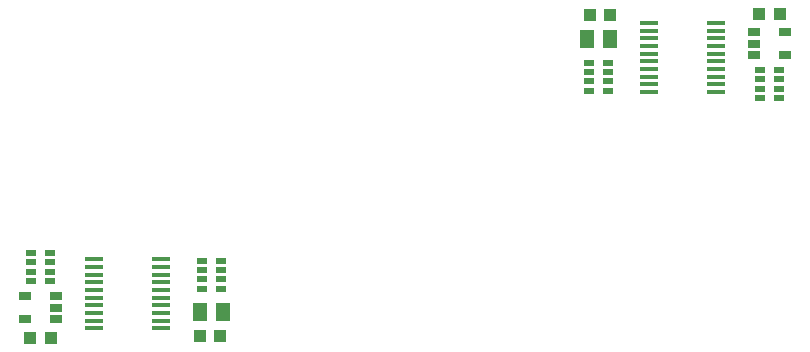
<source format=gtp>
G04 EAGLE Gerber X2 export*
%TF.Part,Single*%
%TF.FileFunction,Other,padmask top*%
%TF.FilePolarity,Positive*%
%TF.GenerationSoftware,Autodesk,EAGLE,9.5.2*%
%TF.CreationDate,2020-04-08T10:12:48Z*%
G75*
%MOMM*%
%FSLAX34Y34*%
%LPD*%
%INpadmask top*%
%AMOC8*
5,1,8,0,0,1.08239X$1,22.5*%
G01*
%ADD10R,1.300000X1.500000*%
%ADD11R,1.600000X0.350000*%
%ADD12R,0.900000X0.500000*%
%ADD13R,1.100000X1.000000*%
%ADD14R,0.990000X0.690000*%


D10*
X883310Y264160D03*
X902310Y264160D03*
D11*
X935930Y277870D03*
X935930Y271370D03*
X935930Y264870D03*
X935930Y258370D03*
X935930Y251870D03*
X935930Y245370D03*
X935930Y238870D03*
X935930Y232370D03*
X935930Y225870D03*
X935930Y219370D03*
X991930Y219370D03*
X991930Y225870D03*
X991930Y232370D03*
X991930Y238870D03*
X991930Y245370D03*
X991930Y251870D03*
X991930Y258370D03*
X991930Y264870D03*
X991930Y271370D03*
X991930Y277870D03*
D12*
X900810Y220410D03*
X900810Y228410D03*
X900810Y236410D03*
X900810Y244410D03*
X884810Y244410D03*
X884810Y236410D03*
X884810Y228410D03*
X884810Y220410D03*
X1029590Y238060D03*
X1029590Y230060D03*
X1029590Y222060D03*
X1029590Y214060D03*
X1045590Y214060D03*
X1045590Y222060D03*
X1045590Y230060D03*
X1045590Y238060D03*
D13*
X902580Y284480D03*
X885580Y284480D03*
D14*
X1024690Y269850D03*
X1024690Y260350D03*
X1024690Y250850D03*
X1050590Y250850D03*
X1050590Y269850D03*
D13*
X1046090Y285750D03*
X1029090Y285750D03*
D10*
X574650Y33020D03*
X555650Y33020D03*
D11*
X522030Y19310D03*
X522030Y25810D03*
X522030Y32310D03*
X522030Y38810D03*
X522030Y45310D03*
X522030Y51810D03*
X522030Y58310D03*
X522030Y64810D03*
X522030Y71310D03*
X522030Y77810D03*
X466030Y77810D03*
X466030Y71310D03*
X466030Y64810D03*
X466030Y58310D03*
X466030Y51810D03*
X466030Y45310D03*
X466030Y38810D03*
X466030Y32310D03*
X466030Y25810D03*
X466030Y19310D03*
D12*
X557150Y76770D03*
X557150Y68770D03*
X557150Y60770D03*
X557150Y52770D03*
X573150Y52770D03*
X573150Y60770D03*
X573150Y68770D03*
X573150Y76770D03*
X428370Y59120D03*
X428370Y67120D03*
X428370Y75120D03*
X428370Y83120D03*
X412370Y83120D03*
X412370Y75120D03*
X412370Y67120D03*
X412370Y59120D03*
D13*
X555380Y12700D03*
X572380Y12700D03*
D14*
X433270Y27330D03*
X433270Y36830D03*
X433270Y46330D03*
X407370Y46330D03*
X407370Y27330D03*
D13*
X411870Y11430D03*
X428870Y11430D03*
M02*

</source>
